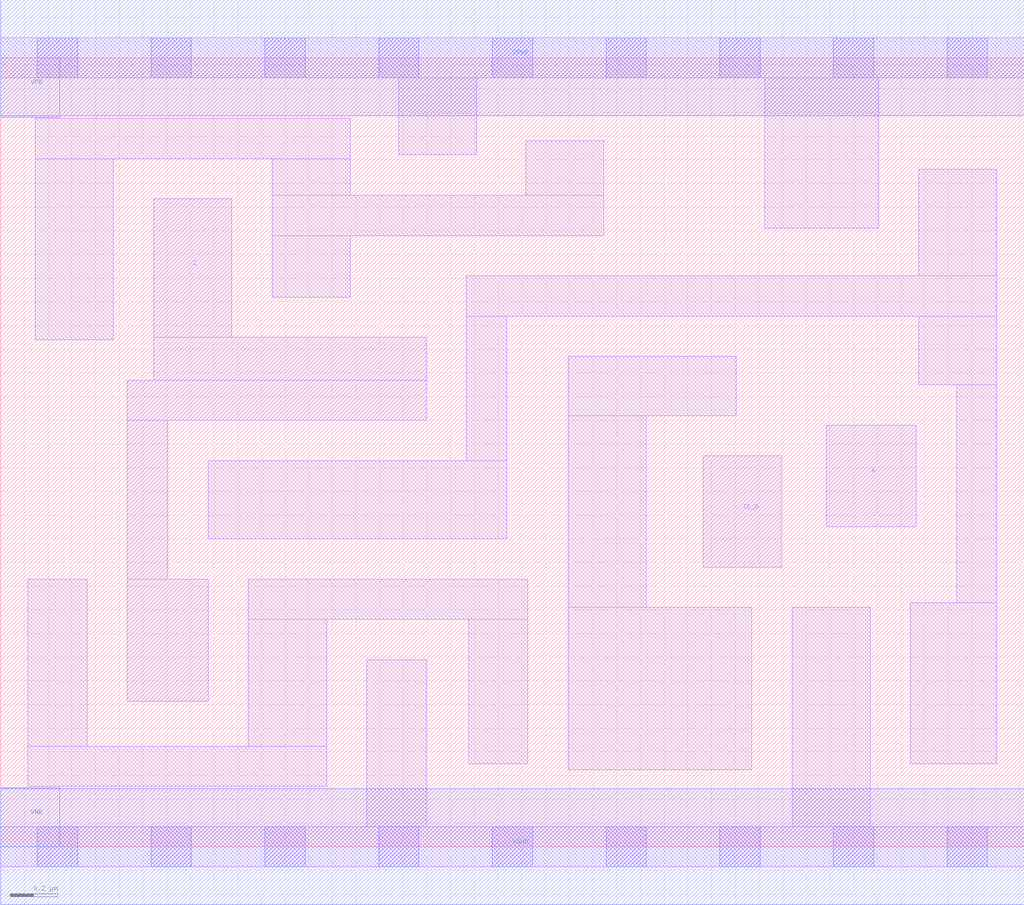
<source format=lef>
# Copyright 2020 The SkyWater PDK Authors
#
# Licensed under the Apache License, Version 2.0 (the "License");
# you may not use this file except in compliance with the License.
# You may obtain a copy of the License at
#
#     https://www.apache.org/licenses/LICENSE-2.0
#
# Unless required by applicable law or agreed to in writing, software
# distributed under the License is distributed on an "AS IS" BASIS,
# WITHOUT WARRANTIES OR CONDITIONS OF ANY KIND, either express or implied.
# See the License for the specific language governing permissions and
# limitations under the License.
#
# SPDX-License-Identifier: Apache-2.0

VERSION 5.5 ;
NAMESCASESENSITIVE ON ;
BUSBITCHARS "[]" ;
DIVIDERCHAR "/" ;
MACRO sky130_fd_sc_hs__ebufn_2
  CLASS CORE ;
  SOURCE USER ;
  ORIGIN  0.000000  0.000000 ;
  SIZE  4.320000 BY  3.330000 ;
  SYMMETRY X Y ;
  SITE unit ;
  PIN A
    ANTENNAGATEAREA  0.246000 ;
    DIRECTION INPUT ;
    USE SIGNAL ;
    PORT
      LAYER li1 ;
        RECT 3.485000 1.350000 3.865000 1.780000 ;
    END
  END A
  PIN TE_B
    ANTENNAGATEAREA  0.582000 ;
    DIRECTION INPUT ;
    USE SIGNAL ;
    PORT
      LAYER li1 ;
        RECT 2.965000 1.180000 3.295000 1.650000 ;
    END
  END TE_B
  PIN Z
    ANTENNADIFFAREA  0.599200 ;
    DIRECTION OUTPUT ;
    USE SIGNAL ;
    PORT
      LAYER li1 ;
        RECT 0.535000 0.615000 0.875000 1.130000 ;
        RECT 0.535000 1.130000 0.705000 1.800000 ;
        RECT 0.535000 1.800000 1.795000 1.970000 ;
        RECT 0.645000 1.970000 1.795000 2.150000 ;
        RECT 0.645000 2.150000 0.975000 2.735000 ;
    END
  END Z
  PIN VGND
    DIRECTION INOUT ;
    USE GROUND ;
    PORT
      LAYER met1 ;
        RECT 0.000000 -0.245000 4.320000 0.245000 ;
    END
  END VGND
  PIN VNB
    DIRECTION INOUT ;
    USE GROUND ;
    PORT
    END
  END VNB
  PIN VPB
    DIRECTION INOUT ;
    USE POWER ;
    PORT
    END
  END VPB
  PIN VNB
    DIRECTION INOUT ;
    USE GROUND ;
    PORT
      LAYER met1 ;
        RECT 0.000000 0.000000 0.250000 0.250000 ;
    END
  END VNB
  PIN VPB
    DIRECTION INOUT ;
    USE POWER ;
    PORT
      LAYER met1 ;
        RECT 0.000000 3.080000 0.250000 3.330000 ;
    END
  END VPB
  PIN VPWR
    DIRECTION INOUT ;
    USE POWER ;
    PORT
      LAYER met1 ;
        RECT 0.000000 3.085000 4.320000 3.575000 ;
    END
  END VPWR
  OBS
    LAYER li1 ;
      RECT 0.000000 -0.085000 4.320000 0.085000 ;
      RECT 0.000000  3.245000 4.320000 3.415000 ;
      RECT 0.115000  0.255000 1.375000 0.425000 ;
      RECT 0.115000  0.425000 0.365000 1.130000 ;
      RECT 0.145000  2.140000 0.475000 2.905000 ;
      RECT 0.145000  2.905000 1.475000 3.075000 ;
      RECT 0.875000  1.300000 2.135000 1.630000 ;
      RECT 1.045000  0.425000 1.375000 0.960000 ;
      RECT 1.045000  0.960000 2.225000 1.130000 ;
      RECT 1.145000  2.320000 1.475000 2.580000 ;
      RECT 1.145000  2.580000 2.545000 2.750000 ;
      RECT 1.145000  2.750000 1.475000 2.905000 ;
      RECT 1.545000  0.085000 1.795000 0.790000 ;
      RECT 1.680000  2.920000 2.010000 3.245000 ;
      RECT 1.965000  1.630000 2.135000 2.240000 ;
      RECT 1.965000  2.240000 4.205000 2.410000 ;
      RECT 1.975000  0.350000 2.225000 0.960000 ;
      RECT 2.215000  2.750000 2.545000 2.980000 ;
      RECT 2.395000  0.325000 3.170000 1.010000 ;
      RECT 2.395000  1.010000 2.725000 1.820000 ;
      RECT 2.395000  1.820000 3.105000 2.070000 ;
      RECT 3.225000  2.610000 3.705000 3.245000 ;
      RECT 3.340000  0.085000 3.670000 1.010000 ;
      RECT 3.840000  0.350000 4.205000 1.030000 ;
      RECT 3.875000  1.950000 4.205000 2.240000 ;
      RECT 3.875000  2.410000 4.205000 2.860000 ;
      RECT 4.035000  1.030000 4.205000 1.950000 ;
    LAYER mcon ;
      RECT 0.155000 -0.085000 0.325000 0.085000 ;
      RECT 0.155000  3.245000 0.325000 3.415000 ;
      RECT 0.635000 -0.085000 0.805000 0.085000 ;
      RECT 0.635000  3.245000 0.805000 3.415000 ;
      RECT 1.115000 -0.085000 1.285000 0.085000 ;
      RECT 1.115000  3.245000 1.285000 3.415000 ;
      RECT 1.595000 -0.085000 1.765000 0.085000 ;
      RECT 1.595000  3.245000 1.765000 3.415000 ;
      RECT 2.075000 -0.085000 2.245000 0.085000 ;
      RECT 2.075000  3.245000 2.245000 3.415000 ;
      RECT 2.555000 -0.085000 2.725000 0.085000 ;
      RECT 2.555000  3.245000 2.725000 3.415000 ;
      RECT 3.035000 -0.085000 3.205000 0.085000 ;
      RECT 3.035000  3.245000 3.205000 3.415000 ;
      RECT 3.515000 -0.085000 3.685000 0.085000 ;
      RECT 3.515000  3.245000 3.685000 3.415000 ;
      RECT 3.995000 -0.085000 4.165000 0.085000 ;
      RECT 3.995000  3.245000 4.165000 3.415000 ;
  END
END sky130_fd_sc_hs__ebufn_2
END LIBRARY

</source>
